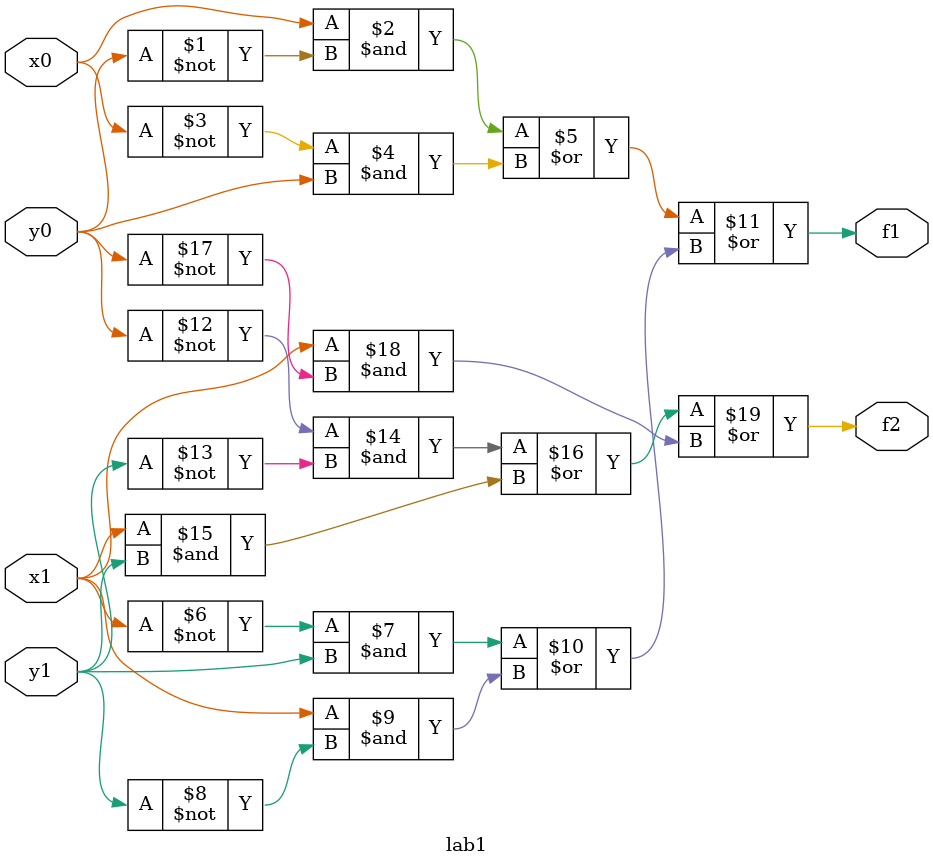
<source format=v>
module lab1(x0, x1, y0, y1, f1, f2);

	input x0, x1, y0, y1;
	output f1, f2;
	
	assign f1 = ((x0 & ~y0) | (~x0 & y0)) | ((~x1 & y1) | (x1 & ~y1));
	assign f2 = ((~y0 & ~y1) | (x1 & y1)) | (x1 & ~y0);
	
endmodule 
</source>
